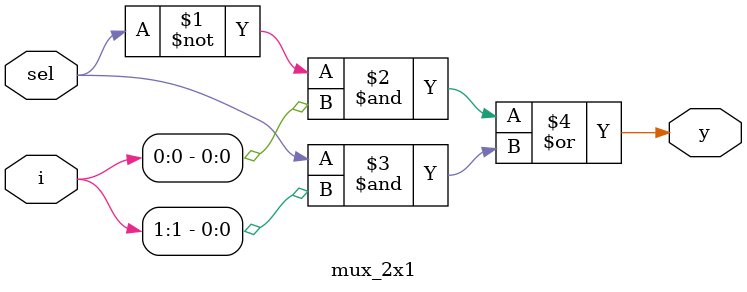
<source format=v>
`timescale 1ns / 1ps


module mux_2x1(
    input [1:0]i,
    input sel,
    output y
    );
    
    assign y = (~sel & i[0]) | (sel & i[1]);
    
endmodule


/*module mux_4x1(
    input [3:0]i,
    input [1:0]s,
    output y
    );
    
  //  assign y = ((~s[0]) & (~s[1]) & i[0]) | ((~s[0]) & (s[1]) & i[1]) | ((s[0]) & (~s[1]) & i[2]) | ((s[0]) & (s[1]) & i[3]);
    
    assign y = s[0] ? (s[1] ? i[3] : i[2]) : (s[1] ? i[1] : i[0]);
endmodule  */




</source>
